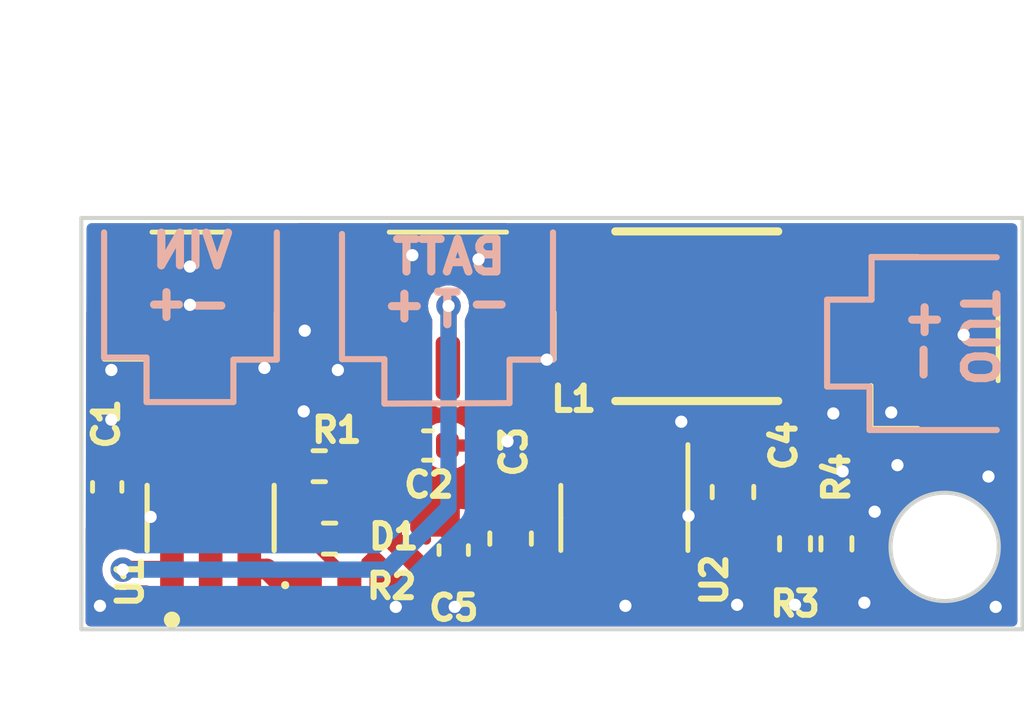
<source format=kicad_pcb>
(kicad_pcb (version 20221018) (generator pcbnew)
  (title_block (title "Mouse Battery Charger") (date "2024-01-27") (rev "V1.0"))
  (layers (0 "F.Cu" signal) (31 "B.Cu" signal) (34 "B.Paste" user) (35 "F.Paste" user) (36 "B.SilkS" user "B.Silkscreen") (37 "F.SilkS" user "F.Silkscreen") (38 "B.Mask" user) (39 "F.Mask" user) (44 "Edge.Cuts" user))
  (net 0 "")
  (net 1 "VBUS")
  (net 2 "GND")
  (net 3 "+BATT")
  (net 4 "VCC")
  (net 5 "Net-(D1-K)")
  (net 6 "Net-(D1-A)")
  (net 7 "/TEMP")
  (net 8 "Net-(U2-SW)")
  (net 9 "Net-(U1-ISET)")
  (net 10 "Net-(U2-FB)")
  (footprint "Resistor_SMD:R_0402_1005Metric" (layer "F.Cu") (at 99.06 60.9346)
    (fp_text reference "R1" (at 0.4318 -0.889) (layer "F.SilkS") (effects (font (size 0.6 0.6))))
    (fp_text value "1K")
    (fp_line (start -0.153641 -0.38) (end 0.153641 -0.38) (stroke (width 0.12)) (layer "F.SilkS"))
    (fp_line (start -0.153641 0.38) (end 0.153641 0.38) (stroke (width 0.12)) (layer "F.SilkS"))
    (pad "1" smd roundrect (at -0.51 0) (size 0.54 0.64) (layers "F.Cu" "F.Paste" "F.Mask") (net 9 "Net-(U1-ISET)"))
    (pad "2" smd roundrect (at 0.51 0) (size 0.54 0.64) (layers "F.Cu" "F.Paste" "F.Mask") (net 2 "GND"))
  )
  (footprint "Connector_JST:JST_SH_BM02B-SRSS-TB_1x02-1MP_P1.00mm_Vertical" (layer "F.Cu") (at 113.72 57.8946 -90)
    (fp_text reference "J3" hide)
    (fp_text value "Conn_01x02")
    (fp_line (start -2.11 -0.04) (end -2.11 1.11) (stroke (width 0.12)) (layer "F.SilkS"))
    (fp_line (start -2.11 1.11) (end -1.06 1.11) (stroke (width 0.12)) (layer "F.SilkS"))
    (fp_line (start -1.06 1.11) (end -1.06 2.1) (stroke (width 0.12)) (layer "F.SilkS"))
    (fp_line (start -0.94 -2.01) (end 0.94 -2.01) (stroke (width 0.12)) (layer "F.SilkS"))
    (fp_line (start 2.11 -0.04) (end 2.11 1.11) (stroke (width 0.12)) (layer "F.SilkS"))
    (fp_line (start 2.11 1.11) (end 1.06 1.11) (stroke (width 0.12)) (layer "F.SilkS"))
    (pad "1" smd roundrect (at -0.5 1.325 270) (size 0.6 1.55) (layers "F.Cu" "F.Paste" "F.Mask") (net 4 "VCC"))
    (pad "2" smd roundrect (at 0.5 1.325 270) (size 0.6 1.55) (layers "F.Cu" "F.Paste" "F.Mask") (net 2 "GND") (thermal_bridge_width 0.45) (thermal_gap 0.2))
    (pad "MP" smd roundrect (at -1.8 -1.2 270) (size 1.2 1.8) (layers "F.Cu" "F.Paste" "F.Mask") (roundrect_rratio 0.2083333333))
    (pad "MP" smd roundrect (at 1.8 -1.2 270) (size 1.2 1.8) (layers "F.Cu" "F.Paste" "F.Mask") (roundrect_rratio 0.2083333333))
  )
  (footprint "Capacitor_SMD:C_0402_1005Metric" (layer "F.Cu") (at 93.853 61.4426 -90)
    (fp_text reference "C1" (at -1.5494 0.0254 90) (layer "F.SilkS") (effects (font (size 0.6 0.6))))
    (fp_text value "1uF")
    (fp_line (start -0.107836 -0.36) (end 0.107836 -0.36) (stroke (width 0.12)) (layer "F.SilkS"))
    (fp_line (start -0.107836 0.36) (end 0.107836 0.36) (stroke (width 0.12)) (layer "F.SilkS"))
    (pad "1" smd roundrect (at -0.48 0 270) (size 0.56 0.62) (layers "F.Cu" "F.Paste" "F.Mask") (net 1 "VBUS"))
    (pad "2" smd roundrect (at 0.48 0 270) (size 0.56 0.62) (layers "F.Cu" "F.Paste" "F.Mask") (net 2 "GND") (thermal_bridge_width 0.45) (thermal_gap 0.2))
  )
  (footprint "Capacitor_SMD:C_0603_1608Metric" (layer "F.Cu") (at 109.22 61.5696 -90)
    (fp_text reference "C4" (at -1.143 -1.2446 90) (layer "F.SilkS") (effects (font (size 0.6 0.6))))
    (fp_text value "22uF")
    (fp_line (start -0.14058 -0.51) (end 0.14058 -0.51) (stroke (width 0.12)) (layer "F.SilkS"))
    (fp_line (start -0.14058 0.51) (end 0.14058 0.51) (stroke (width 0.12)) (layer "F.SilkS"))
    (pad "1" smd roundrect (at -0.775 0 270) (size 0.9 0.95) (layers "F.Cu" "F.Paste" "F.Mask") (net 4 "VCC"))
    (pad "2" smd roundrect (at 0.775 0 270) (size 0.9 0.95) (layers "F.Cu" "F.Paste" "F.Mask") (net 2 "GND"))
  )
  (footprint "Resistor_SMD:R_0402_1005Metric" (layer "F.Cu") (at 99.314 62.7126 180)
    (fp_text reference "R2" (at -1.524 -1.1684) (layer "F.SilkS") (effects (font (size 0.6 0.6))))
    (fp_text value "1.5K")
    (fp_line (start -0.153641 -0.38) (end 0.153641 -0.38) (stroke (width 0.12)) (layer "F.SilkS"))
    (fp_line (start -0.153641 0.38) (end 0.153641 0.38) (stroke (width 0.12)) (layer "F.SilkS"))
    (pad "1" smd roundrect (at -0.51 0 180) (size 0.54 0.64) (layers "F.Cu" "F.Paste" "F.Mask") (net 3 "+BATT"))
    (pad "2" smd roundrect (at 0.51 0 180) (size 0.54 0.64) (layers "F.Cu" "F.Paste" "F.Mask") (net 6 "Net-(D1-A)"))
  )
  (footprint "Capacitor_SMD:C_0402_1005Metric" (layer "F.Cu") (at 102.362 62.9946 90)
    (fp_text reference "C5" (at -1.4198 0 180) (layer "F.SilkS") (effects (font (size 0.6 0.6))))
    (fp_text value "1uF")
    (fp_line (start -0.107836 -0.36) (end 0.107836 -0.36) (stroke (width 0.12)) (layer "F.SilkS"))
    (fp_line (start -0.107836 0.36) (end 0.107836 0.36) (stroke (width 0.12)) (layer "F.SilkS"))
    (pad "1" smd roundrect (at -0.48 0 90) (size 0.56 0.62) (layers "F.Cu" "F.Paste" "F.Mask") (net 3 "+BATT"))
    (pad "2" smd roundrect (at 0.48 0 90) (size 0.56 0.62) (layers "F.Cu" "F.Paste" "F.Mask") (net 2 "GND"))
  )
  (footprint "LED_SMD:LED_0402_1005Metric" (layer "F.Cu") (at 99.314 63.8556)
    (fp_text reference "D1" (at 1.5748 -1.1938) (layer "F.SilkS") (effects (font (size 0.6 0.6))))
    (fp_text value "LED")
    (fp_circle (center -1.09 0) (end -1.04 0) (stroke (width 0.1)) (fill none) (layer "F.SilkS"))
    (pad "1" smd roundrect (at -0.485 0) (size 0.59 0.64) (layers "F.Cu" "F.Paste" "F.Mask") (net 5 "Net-(D1-K)"))
    (pad "2" smd roundrect (at 0.485 0) (size 0.59 0.64) (layers "F.Cu" "F.Paste" "F.Mask") (net 6 "Net-(D1-A)"))
  )
  (footprint "Package_TO_SOT_SMD:SOT-23-5" (layer "F.Cu") (at 106.553 62.2046 -90)
    (fp_text reference "U2" (at 1.524 -2.2098 90) (layer "F.SilkS") (effects (font (size 0.6 0.6))))
    (fp_text value "TLV62569DBV")
    (fp_line (start 0 -1.56) (end -1.8 -1.56) (stroke (width 0.12)) (layer "F.SilkS"))
    (fp_line (start 0 -1.56) (end 0.8 -1.56) (stroke (width 0.12)) (layer "F.SilkS"))
    (fp_line (start 0 1.56) (end -0.8 1.56) (stroke (width 0.12)) (layer "F.SilkS"))
    (fp_line (start 0 1.56) (end 0.8 1.56) (stroke (width 0.12)) (layer "F.SilkS"))
    (pad "1" smd roundrect (at -1.1375 -0.95 270) (size 1.325 0.6) (layers "F.Cu" "F.Paste" "F.Mask") (net 3 "+BATT"))
    (pad "2" smd roundrect (at -1.1375 0 270) (size 1.325 0.6) (layers "F.Cu" "F.Paste" "F.Mask") (net 2 "GND"))
    (pad "3" smd roundrect (at -1.1375 0.95 270) (size 1.325 0.6) (layers "F.Cu" "F.Paste" "F.Mask") (net 8 "Net-(U2-SW)"))
    (pad "4" smd roundrect (at 1.1375 0.95 270) (size 1.325 0.6) (layers "F.Cu" "F.Paste" "F.Mask") (net 3 "+BATT"))
    (pad "5" smd roundrect (at 1.1375 -0.95 270) (size 1.325 0.6) (layers "F.Cu" "F.Paste" "F.Mask") (net 10 "Net-(U2-FB)"))
  )
  (footprint "Capacitor_SMD:C_0603_1608Metric" (layer "F.Cu") (at 103.759 62.7126 90)
    (fp_text reference "C3" (at 2.1336 0.0762 90) (layer "F.SilkS") (effects (font (size 0.6 0.6))))
    (fp_text value "4.7uF")
    (fp_line (start -0.14058 -0.51) (end 0.14058 -0.51) (stroke (width 0.12)) (layer "F.SilkS"))
    (fp_line (start -0.14058 0.51) (end 0.14058 0.51) (stroke (width 0.12)) (layer "F.SilkS"))
    (pad "1" smd roundrect (at -0.775 0 90) (size 0.9 0.95) (layers "F.Cu" "F.Paste" "F.Mask") (net 3 "+BATT"))
    (pad "2" smd roundrect (at 0.775 0 90) (size 0.9 0.95) (layers "F.Cu" "F.Paste" "F.Mask") (net 2 "GND"))
  )
  (footprint "Connector_JST:JST_SH_BM03B-SRSS-TB_1x03-1MP_P1.00mm_Vertical" (layer "F.Cu") (at 102.219 57.1966)
    (fp_text reference "J1" hide)
    (fp_text value "Conn_01x03")
    (fp_line (start -2.61 -0.04) (end -2.61 1.11) (stroke (width 0.12)) (layer "F.SilkS"))
    (fp_line (start -2.61 1.11) (end -1.56 1.11) (stroke (width 0.12)) (layer "F.SilkS"))
    (fp_line (start -1.56 1.11) (end -1.56 2.1) (stroke (width 0.12)) (layer "F.SilkS"))
    (fp_line (start -1.44 -2.01) (end 1.44 -2.01) (stroke (width 0.12)) (layer "F.SilkS"))
    (fp_line (start 2.61 -0.04) (end 2.61 1.11) (stroke (width 0.12)) (layer "F.SilkS"))
    (fp_line (start 2.61 1.11) (end 1.56 1.11) (stroke (width 0.12)) (layer "F.SilkS"))
    (pad "1" smd roundrect (at -1 1.325) (size 0.6 1.55) (layers "F.Cu" "F.Paste" "F.Mask") (net 3 "+BATT"))
    (pad "2" smd roundrect (at 0 1.325) (size 0.6 1.55) (layers "F.Cu" "F.Paste" "F.Mask") (net 7 "/TEMP"))
    (pad "3" smd roundrect (at 1 1.325) (size 0.6 1.55) (layers "F.Cu" "F.Paste" "F.Mask") (net 2 "GND") (thermal_bridge_width 0.45) (thermal_gap 0.2))
    (pad "MP" smd roundrect (at -2.3 -1.2) (size 1.2 1.8) (layers "F.Cu" "F.Paste" "F.Mask") (roundrect_rratio 0.2083333333))
    (pad "MP" smd roundrect (at 2.3 -1.2) (size 1.2 1.8) (layers "F.Cu" "F.Paste" "F.Mask") (roundrect_rratio 0.2083333333))
  )
  (footprint "Resistor_SMD:R_0402_1005Metric" (layer "F.Cu") (at 111.76 62.8396 90)
    (fp_text reference "R4" (at 1.6256 0 90) (layer "F.SilkS") (effects (font (size 0.6 0.6))))
    (fp_text value "200K")
    (fp_line (start -0.153641 -0.38) (end 0.153641 -0.38) (stroke (width 0.12)) (layer "F.SilkS"))
    (fp_line (start -0.153641 0.38) (end 0.153641 0.38) (stroke (width 0.12)) (layer "F.SilkS"))
    (pad "1" smd roundrect (at -0.51 0 90) (size 0.54 0.64) (layers "F.Cu" "F.Paste" "F.Mask") (net 10 "Net-(U2-FB)"))
    (pad "2" smd roundrect (at 0.51 0 90) (size 0.54 0.64) (layers "F.Cu" "F.Paste" "F.Mask") (net 2 "GND"))
  )
  (footprint "Capacitor_SMD:C_0402_1005Metric" (layer "F.Cu") (at 101.727 60.4266)
    (fp_text reference "C2" (at 0.0254 0.9652) (layer "F.SilkS") (effects (font (size 0.6 0.6))))
    (fp_text value "1uF")
    (fp_line (start -0.107836 -0.36) (end 0.107836 -0.36) (stroke (width 0.12)) (layer "F.SilkS"))
    (fp_line (start -0.107836 0.36) (end 0.107836 0.36) (stroke (width 0.12)) (layer "F.SilkS"))
    (pad "1" smd roundrect (at -0.48 0) (size 0.56 0.62) (layers "F.Cu" "F.Paste" "F.Mask") (net 3 "+BATT"))
    (pad "2" smd roundrect (at 0.48 0) (size 0.56 0.62) (layers "F.Cu" "F.Paste" "F.Mask") (net 2 "GND"))
  )
  (footprint "Connector_JST:JST_SH_BM02B-SRSS-TB_1x02-1MP_P1.00mm_Vertical" (layer "F.Cu") (at 95.893 57.1966)
    (fp_text reference "J2" hide)
    (fp_text value "Conn_01x02")
    (fp_line (start -2.11 -0.04) (end -2.11 1.11) (stroke (width 0.12)) (layer "F.SilkS"))
    (fp_line (start -2.11 1.11) (end -1.06 1.11) (stroke (width 0.12)) (layer "F.SilkS"))
    (fp_line (start -1.06 1.11) (end -1.06 2.1) (stroke (width 0.12)) (layer "F.SilkS"))
    (fp_line (start -0.94 -2.01) (end 0.94 -2.01) (stroke (width 0.12)) (layer "F.SilkS"))
    (fp_line (start 2.11 -0.04) (end 2.11 1.11) (stroke (width 0.12)) (layer "F.SilkS"))
    (fp_line (start 2.11 1.11) (end 1.06 1.11) (stroke (width 0.12)) (layer "F.SilkS"))
    (pad "1" smd roundrect (at -0.5 1.325) (size 0.6 1.55) (layers "F.Cu" "F.Paste" "F.Mask") (net 1 "VBUS"))
    (pad "2" smd roundrect (at 0.5 1.325) (size 0.6 1.55) (layers "F.Cu" "F.Paste" "F.Mask") (net 2 "GND") (thermal_bridge_width 0.45) (thermal_gap 0.2))
    (pad "MP" smd roundrect (at -1.8 -1.2) (size 1.2 1.8) (layers "F.Cu" "F.Paste" "F.Mask") (roundrect_rratio 0.2083333333))
    (pad "MP" smd roundrect (at 1.8 -1.2) (size 1.2 1.8) (layers "F.Cu" "F.Paste" "F.Mask") (roundrect_rratio 0.2083333333))
  )
  (footprint "Lib:INDP4040X180N" (layer "F.Cu") (at 108.331 57.2516)
    (fp_text reference "L1" (at -3.0226 2.032) (layer "F.SilkS") (effects (font (size 0.6 0.6))))
    (fp_text value "2.2uH")
    (fp_line (start -2 -2.0828) (end 2 -2.0828) (stroke (width 0.2)) (layer "F.SilkS"))
    (fp_line (start 2 2.0828) (end -2 2.0828) (stroke (width 0.2)) (layer "F.SilkS"))
    (pad "1" smd rect (at -1.525 0) (size 1.5 3.6) (layers "F.Cu" "F.Paste" "F.Mask") (net 8 "Net-(U2-SW)"))
    (pad "2" smd rect (at 1.525 0) (size 1.5 3.6) (layers "F.Cu" "F.Paste" "F.Mask") (net 4 "VCC"))
  )
  (footprint "Resistor_SMD:R_0402_1005Metric" (layer "F.Cu") (at 110.744 62.8396 90)
    (fp_text reference "R3" (at -1.4732 0 180) (layer "F.SilkS") (effects (font (size 0.6 0.6))))
    (fp_text value "300K")
    (fp_line (start -0.153641 -0.38) (end 0.153641 -0.38) (stroke (width 0.12)) (layer "F.SilkS"))
    (fp_line (start -0.153641 0.38) (end 0.153641 0.38) (stroke (width 0.12)) (layer "F.SilkS"))
    (pad "1" smd roundrect (at -0.51 0 90) (size 0.54 0.64) (layers "F.Cu" "F.Paste" "F.Mask") (net 10 "Net-(U2-FB)"))
    (pad "2" smd roundrect (at 0.51 0 90) (size 0.54 0.64) (layers "F.Cu" "F.Paste" "F.Mask") (net 4 "VCC"))
  )
  (footprint "Lib:SOT95P280X145-6N" (layer "F.Cu") (at 96.393 62.2046 90)
    (fp_text reference "U1" (at -1.5748 -1.9812 90) (layer "F.SilkS") (effects (font (size 0.6 0.6))))
    (fp_text value "BQ21040DBVR")
    (fp_line (start -0.8 1.56) (end 0.8 1.56) (stroke (width 0.127)) (layer "F.SilkS"))
    (fp_line (start 0.8 -1.56) (end -0.8 -1.56) (stroke (width 0.127)) (layer "F.SilkS"))
    (fp_circle (center -2.5 -0.95) (end -2.4 -0.95) (stroke (width 0.2)) (fill none) (layer "F.SilkS"))
    (pad "1" smd roundrect (at -1.255 -0.95 90) (size 1.21 0.58) (layers "F.Cu" "F.Paste" "F.Mask") (roundrect_rratio 0.07) (net 7 "/TEMP"))
    (pad "2" smd roundrect (at -1.255 0 90) (size 1.21 0.58) (layers "F.Cu" "F.Paste" "F.Mask") (roundrect_rratio 0.07) (net 3 "+BATT"))
    (pad "3" smd roundrect (at -1.255 0.95 90) (size 1.21 0.58) (layers "F.Cu" "F.Paste" "F.Mask") (roundrect_rratio 0.07) (net 5 "Net-(D1-K)"))
    (pad "4" smd roundrect (at 1.255 0.95 90) (size 1.21 0.58) (layers "F.Cu" "F.Paste" "F.Mask") (roundrect_rratio 0.07) (net 9 "Net-(U1-ISET)"))
    (pad "5" smd roundrect (at 1.255 0 90) (size 1.21 0.58) (layers "F.Cu" "F.Paste" "F.Mask") (roundrect_rratio 0.07) (net 2 "GND"))
    (pad "6" smd roundrect (at 1.255 -0.95 90) (size 1.21 0.58) (layers "F.Cu" "F.Paste" "F.Mask") (roundrect_rratio 0.07) (net 1 "VBUS"))
  )
  (gr_line (start 94.8182 59.3598) (end 96.9518 59.3598) (stroke (width 0.15)) (layer "B.SilkS"))
  (gr_line (start 112.5728 58.9788) (end 112.5728 60.0456) (stroke (width 0.15)) (layer "B.SilkS"))
  (gr_line (start 112.5728 58.9788) (end 111.5314 58.9788) (stroke (width 0.15)) (layer "B.SilkS"))
  (gr_line (start 94.8182 58.2676) (end 94.8182 59.3598) (stroke (width 0.15)) (layer "B.SilkS"))
  (gr_line (start 100.6602 58.3057) (end 100.6602 59.3979) (stroke (width 0.15)) (layer "B.SilkS"))
  (gr_line (start 103.7336 58.3184) (end 103.7336 59.3852) (stroke (width 0.15)) (layer "B.SilkS"))
  (gr_line (start 112.6236 55.8038) (end 115.697 55.8038) (stroke (width 0.15)) (layer "B.SilkS"))
  (gr_line (start 100.6602 59.3979) (end 103.7336 59.3852) (stroke (width 0.15)) (layer "B.SilkS"))
  (gr_line (start 99.6188 58.3057) (end 100.6602 58.3057) (stroke (width 0.15)) (layer "B.SilkS"))
  (gr_line (start 111.5314 56.8452) (end 111.5314 58.9788) (stroke (width 0.15)) (layer "B.SilkS"))
  (gr_line (start 112.6236 55.8038) (end 112.6236 56.8452) (stroke (width 0.15)) (layer "B.SilkS"))
  (gr_line (start 96.9518 58.3184) (end 98.0186 58.3184) (stroke (width 0.15)) (layer "B.SilkS"))
  (gr_line (start 112.6236 56.8452) (end 111.5314 56.8452) (stroke (width 0.15)) (layer "B.SilkS"))
  (gr_line (start 104.8004 58.3184) (end 104.8004 55.1942) (stroke (width 0.15)) (layer "B.SilkS"))
  (gr_line (start 112.5728 60.0456) (end 115.697 60.0456) (stroke (width 0.15)) (layer "B.SilkS"))
  (gr_line (start 93.7768 58.2676) (end 94.8182 58.2676) (stroke (width 0.15)) (layer "B.SilkS"))
  (gr_line (start 103.7336 58.3184) (end 104.8004 58.3184) (stroke (width 0.15)) (layer "B.SilkS"))
  (gr_line (start 93.7768 58.2676) (end 93.7768 55.1942) (stroke (width 0.15)) (layer "B.SilkS"))
  (gr_line (start 99.6188 58.3057) (end 99.6188 55.2323) (stroke (width 0.15)) (layer "B.SilkS"))
  (gr_line (start 96.9518 58.3184) (end 96.9518 59.3598) (stroke (width 0.15)) (layer "B.SilkS"))
  (gr_line (start 98.0186 58.3184) (end 98.0186 55.1942) (stroke (width 0.15)) (layer "B.SilkS"))
  (gr_line (start 93.218 64.9386) (end 116.332 64.9386) (stroke (width 0.1)) (layer "Edge.Cuts"))
  (gr_line (start 93.218 54.8386) (end 93.218 64.9386) (stroke (width 0.1)) (layer "Edge.Cuts"))
  (gr_line (start 116.332 54.8386) (end 116.332 64.9386) (stroke (width 0.1)) (layer "Edge.Cuts"))
  (gr_line (start 93.218 54.8386) (end 116.332 54.8386) (stroke (width 0.1)) (layer "Edge.Cuts"))
  (gr_circle (center 114.418237 62.9158) (end 115.739037 63.0682) (stroke (width 0.1)) (fill none) (layer "Edge.Cuts"))
  (gr_text "+" (at 113.5126 57.9628 -90) (layer "B.SilkS") (effects (font (size 0.8 0.8) (thickness 0.2) bold) (justify left bottom mirror)))
  (gr_text "T" (at 102.6414 57.5564) (layer "B.SilkS") (effects (font (size 0.8 0.8) (thickness 0.2) bold) (justify left bottom mirror)))
  (gr_text "BATT" (at 103.7336 56.261) (layer "B.SilkS") (effects (font (size 0.8 0.8) (thickness 0.2) bold) (justify left bottom mirror)))
  (gr_text "+" (at 101.7778 57.4167) (layer "B.SilkS") (effects (font (size 0.8 0.8) (thickness 0.2) bold) (justify left bottom mirror)))
  (gr_text "-" (at 103.8606 57.3786) (layer "B.SilkS") (effects (font (size 0.8 0.8) (thickness 0.2) bold) (justify left bottom mirror)))
  (gr_text "OUT" (at 114.7826 59.055 270) (layer "B.SilkS") (effects (font (size 0.8 0.8) (thickness 0.2) bold) (justify left bottom mirror)))
  (gr_text "-" (at 113.4872 59.0042 -90) (layer "B.SilkS") (effects (font (size 0.8 0.8) (thickness 0.2) bold) (justify left bottom mirror)))
  (gr_text "-" (at 96.9772 57.404) (layer "B.SilkS") (effects (font (size 0.8 0.8) (thickness 0.2) bold) (justify left bottom mirror)))
  (gr_text "VIN" (at 97.028 56.1086) (layer "B.SilkS") (effects (font (size 0.8 0.8) (thickness 0.2) bold) (justify left bottom mirror)))
  (gr_text "+" (at 95.9358 57.3786) (layer "B.SilkS") (effects (font (size 0.8 0.8) (thickness 0.2) bold) (justify left bottom mirror)))
  (segment (start 95.393 60.8996) (end 95.443 60.9496) (width 0.508) (layer "F.Cu") (net 1))
  (segment (start 95.393 58.5216) (end 95.393 60.8996) (width 0.508) (layer "F.Cu") (net 1))
  (segment (start 95.43 60.9626) (end 95.443 60.9496) (width 0.508) (layer "F.Cu") (net 1))
  (segment (start 93.853 60.9626) (end 95.43 60.9626) (width 0.508) (layer "F.Cu") (net 1))
  (via (at 101.346 55.753) (size 0.6) (drill 0.3) (layers "F.Cu" "B.Cu") (net 2))
  (via (at 104.648 58.3184) (size 0.6) (drill 0.3) (layers "F.Cu" "B.Cu") (net 2))
  (via (at 108.1278 62.1538) (size 0.6) (drill 0.3) (layers "F.Cu" "B.Cu") (net 2))
  (via (at 93.9546 58.5724) (size 0.6) (drill 0.3) (layers "F.Cu" "B.Cu") (net 2))
  (via (at 99.5172 58.5724) (size 0.6) (drill 0.3) (layers "F.Cu" "B.Cu") (net 2))
  (via (at 93.6752 64.3636) (size 0.6) (drill 0.3) (layers "F.Cu" "B.Cu") (net 2))
  (via (at 95.885 56.0324) (size 0.6) (drill 0.3) (layers "F.Cu" "B.Cu") (net 2))
  (via (at 115.4938 61.1886) (size 0.6) (drill 0.3) (layers "F.Cu" "B.Cu") (net 2))
  (via (at 94.9198 62.1792) (size 0.6) (drill 0.3) (layers "F.Cu" "B.Cu") (net 2))
  (via (at 113.2586 60.9092) (size 0.6) (drill 0.3) (layers "F.Cu" "B.Cu") (net 2))
  (via (at 111.9124 61.0616) (size 0.6) (drill 0.3) (layers "F.Cu" "B.Cu") (net 2))
  (via (at 110.744 64.3382) (size 0.6) (drill 0.3) (layers "F.Cu" "B.Cu") (net 2))
  (via (at 113.1062 59.6138) (size 0.6) (drill 0.3) (layers "F.Cu" "B.Cu") (net 2))
  (via (at 102.9716 55.8546) (size 0.6) (drill 0.3) (layers "F.Cu" "B.Cu") (net 2))
  (via (at 111.6838 59.6392) (size 0.6) (drill 0.3) (layers "F.Cu" "B.Cu") (net 2))
  (via (at 98.7044 57.6072) (size 0.6) (drill 0.3) (layers "F.Cu" "B.Cu") (net 2))
  (via (at 112.6998 62.0522) (size 0.6) (drill 0.3) (layers "F.Cu" "B.Cu") (net 2))
  (via (at 95.885 56.9722) (size 0.6) (drill 0.3) (layers "F.Cu" "B.Cu") (net 2))
  (via (at 109.3216 64.3382) (size 0.6) (drill 0.3) (layers "F.Cu" "B.Cu") (net 2))
  (via (at 102.3874 64.389) (size 0.6) (drill 0.3) (layers "F.Cu" "B.Cu") (net 2))
  (via (at 112.4458 64.2874) (size 0.6) (drill 0.3) (layers "F.Cu" "B.Cu") (net 2))
  (via (at 103.6828 60.325) (size 0.6) (drill 0.3) (layers "F.Cu" "B.Cu") (net 2))
  (via (at 114.8842 57.7088) (size 0.6) (drill 0.3) (layers "F.Cu" "B.Cu") (net 2))
  (via (at 97.7138 58.5216) (size 0.6) (drill 0.3) (layers "F.Cu" "B.Cu") (net 2))
  (via (at 107.95 59.8424) (size 0.6) (drill 0.3) (layers "F.Cu" "B.Cu") (net 2))
  (via (at 98.679 59.5884) (size 0.6) (drill 0.3) (layers "F.Cu" "B.Cu") (net 2))
  (via (at 115.6716 64.389) (size 0.6) (drill 0.3) (layers "F.Cu" "B.Cu") (net 2))
  (via (at 93.9546 59.7916) (size 0.6) (drill 0.3) (layers "F.Cu" "B.Cu") (net 2))
  (via (at 106.5784 64.3636) (size 0.6) (drill 0.3) (layers "F.Cu" "B.Cu") (net 2))
  (via (at 100.9396 64.389) (size 0.6) (drill 0.3) (layers "F.Cu" "B.Cu") (net 2))
  (segment (start 97.917 62.2046) (end 98.171 61.9506) (width 0.4) (layer "F.Cu") (net 3))
  (segment (start 105.4575 63.4876) (end 105.603 63.3421) (width 0.762) (layer "F.Cu") (net 3))
  (segment (start 99.822 61.9506) (end 100.838 61.9506) (width 0.4) (layer "F.Cu") (net 3))
  (segment (start 103.746 63.4746) (end 103.759 63.4876) (width 0.508) (layer "F.Cu") (net 3))
  (segment (start 101.219 60.3986) (end 101.247 60.4266) (width 0.4) (layer "F.Cu") (net 3))
  (segment (start 102.362 63.4746) (end 101.6 63.4746) (width 0.508) (layer "F.Cu") (net 3))
  (segment (start 100.838 62.7126) (end 100.838 61.9506) (width 0.508) (layer "F.Cu") (net 3))
  (segment (start 102.362 63.4746) (end 103.746 63.4746) (width 0.508) (layer "F.Cu") (net 3))
  (segment (start 101.219 58.5216) (end 101.219 60.3986) (width 0.4) (layer "F.Cu") (net 3))
  (segment (start 96.393 62.4586) (end 96.647 62.2046) (width 0.4) (layer "F.Cu") (net 3))
  (segment (start 105.918 62.3316) (end 107.061 62.3316) (width 0.254) (layer "F.Cu") (net 3))
  (segment (start 103.759 63.4876) (end 105.4575 63.4876) (width 0.762) (layer "F.Cu") (net 3))
  (segment (start 101.247 61.5416) (end 101.247 60.4266) (width 0.4) (layer "F.Cu") (net 3))
  (segment (start 100.838 61.9506) (end 101.247 61.5416) (width 0.4) (layer "F.Cu") (net 3))
  (segment (start 96.393 63.4596) (end 96.393 62.4586) (width 0.4) (layer "F.Cu") (net 3))
  (segment (start 99.824 62.7126) (end 99.824 61.9526) (width 0.4) (layer "F.Cu") (net 3))
  (segment (start 107.503 61.8896) (end 107.503 61.0671) (width 0.254) (layer "F.Cu") (net 3))
  (segment (start 107.061 62.3316) (end 107.503 61.8896) (width 0.254) (layer "F.Cu") (net 3))
  (segment (start 96.647 62.2046) (end 97.917 62.2046) (width 0.4) (layer "F.Cu") (net 3))
  (segment (start 101.6 63.4746) (end 100.838 62.7126) (width 0.508) (layer "F.Cu") (net 3))
  (segment (start 105.603 63.3421) (end 105.603 62.6466) (width 0.254) (layer "F.Cu") (net 3))
  (segment (start 105.603 62.6466) (end 105.918 62.3316) (width 0.254) (layer "F.Cu") (net 3))
  (segment (start 98.171 61.9506) (end 99.822 61.9506) (width 0.4) (layer "F.Cu") (net 3))
  (segment (start 99.824 61.9526) (end 99.822 61.9506) (width 0.4) (layer "F.Cu") (net 3))
  (segment (start 110.744 61.3156) (end 110.223 60.7946) (width 0.4) (layer "F.Cu") (net 4))
  (segment (start 110.223 60.7946) (end 109.22 60.7946) (width 0.4) (layer "F.Cu") (net 4))
  (segment (start 110.744 62.3296) (end 110.744 61.3156) (width 0.4) (layer "F.Cu") (net 4))
  (segment (start 97.343 63.4596) (end 97.775 63.4596) (width 0.508) (layer "F.Cu") (net 5))
  (segment (start 98.171 63.8556) (end 98.829 63.8556) (width 0.508) (layer "F.Cu") (net 5))
  (segment (start 97.775 63.4596) (end 98.171 63.8556) (width 0.508) (layer "F.Cu") (net 5))
  (segment (start 99.799 63.7056) (end 99.799 63.8556) (width 0.254) (layer "F.Cu") (net 6))
  (segment (start 98.806 62.7126) (end 99.799 63.7056) (width 0.254) (layer "F.Cu") (net 6))
  (segment (start 98.804 62.7126) (end 98.806 62.7126) (width 0.254) (layer "F.Cu") (net 6))
  (segment (start 94.249 63.4596) (end 94.234 63.4746) (width 0.4) (layer "F.Cu") (net 7))
  (segment (start 95.443 63.4596) (end 94.249 63.4596) (width 0.4) (layer "F.Cu") (net 7))
  (segment (start 102.235 56.9976) (end 102.235 58.5056) (width 0.4) (layer "F.Cu") (net 7))
  (segment (start 102.235 58.5056) (end 102.219 58.5216) (width 0.4) (layer "F.Cu") (net 7))
  (via (at 102.235 56.9976) (size 0.6) (drill 0.3) (layers "F.Cu" "B.Cu") (net 7))
  (via (at 94.234 63.4746) (size 0.6) (drill 0.3) (layers "F.Cu" "B.Cu") (net 7))
  (segment (start 100.711 63.4746) (end 101.981 62.2046) (width 0.4) (layer "B.Cu") (net 7))
  (segment (start 102.235 61.9506) (end 102.235 56.9976) (width 0.4) (layer "B.Cu") (net 7))
  (segment (start 101.981 62.2046) (end 102.235 61.9506) (width 0.4) (layer "B.Cu") (net 7))
  (segment (start 94.234 63.4746) (end 100.711 63.4746) (width 0.4) (layer "B.Cu") (net 7))
  (segment (start 97.343 60.9496) (end 98.535 60.9496) (width 0.508) (layer "F.Cu") (net 9))
  (segment (start 98.535 60.9496) (end 98.55 60.9346) (width 0.508) (layer "F.Cu") (net 9))
  (segment (start 107.503 63.3421) (end 110.7365 63.3421) (width 0.4) (layer "F.Cu") (net 10))
  (segment (start 110.744 63.3496) (end 111.76 63.3496) (width 0.4) (layer "F.Cu") (net 10))
  (segment (start 110.7365 63.3421) (end 110.744 63.3496) (width 0.4) (layer "F.Cu") (net 10))
  (zone (net 8) (net_name "Net-(U2-SW)") (layer "F.Cu") (priority 1) (connect_pads yes (clearance 0.254)) (min_thickness 0.25) (fill yes (thermal_gap 0.5) (thermal_bridge_width 0.5))
    (polygon (pts (xy 105.029 61.9506) (xy 105.029 58.9534) (xy 105.664 58.3184) (xy 105.664 55.2196) (xy 108.077 55.2196) (xy 108.077 59.2582) (xy 106.045 59.2836) (xy 106.045 59.9186) (xy 106.045 61.9506)))
  )
  (zone (net 4) (net_name "VCC") (layer "F.Cu") (priority 1) (connect_pads yes (clearance 0.254)) (min_thickness 0.25) (fill yes (thermal_gap 0.5) (thermal_bridge_width 0.5))
    (polygon (pts (xy 108.585 61.4426) (xy 108.585 55.2196) (xy 113.538 55.2196) (xy 113.538 57.8866) (xy 110.871 57.8866) (xy 110.871 61.4426)))
  )
  (zone (net 2) (net_name "GND") (layers "F&B.Cu") (connect_pads (clearance 0.2)) (min_thickness 0.25) (fill yes (thermal_gap 0.25) (thermal_bridge_width 0.3))
    (polygon (pts (xy 93.345 54.9656) (xy 116.205 54.9656) (xy 116.205 64.8716) (xy 93.3196 64.8716)))
  )
)
</source>
